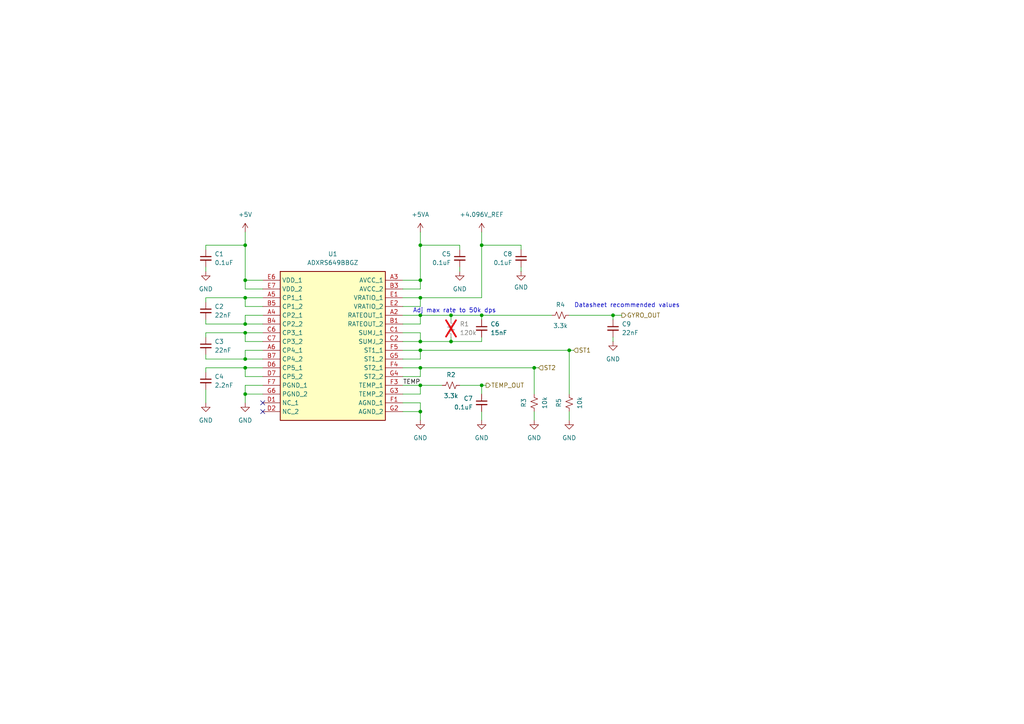
<source format=kicad_sch>
(kicad_sch (version 20250114) (generator "eeschema") (generator_version "9.0")
  (paper "A4")
  (lib_symbols
    (symbol "Device:C_Small" (pin_numbers (hide yes)) (pin_names (offset 0.254) (hide yes))
      (property "Reference" "C" (at 0.254 1.778 0))
      (property "Value" "C_Small" (at 0.254 -2.032 0))
      (symbol "C_Small_0_1"
        (polyline (pts (xy -1.524 0.508) (xy 1.524 0.508)) (stroke (width 0.3048)))
        (polyline (pts (xy -1.524 -0.508) (xy 1.524 -0.508)) (stroke (width 0.3302)))
      )
      (symbol "C_Small_1_1"
        (pin passive line (at 0 2.54 270) (length 2.032) (name "~") (number "1"))
        (pin passive line (at 0 -2.54 90) (length 2.032) (name "~") (number "2"))
      )
    )
    (symbol "Device:R_Small_US" (pin_numbers (hide yes)) (pin_names (offset 0.254) (hide yes))
      (property "Reference" "R" (at 0.762 0.508 0))
      (property "Value" "R_Small_US" (at 0.762 -1.016 0))
      (symbol "R_Small_US_1_1"
        (polyline (pts (xy 0 1.524) (xy 1.016 1.143) (xy 0 0.762) (xy -1.016 0.381) (xy 0 0)))
        (polyline (pts (xy 0 0) (xy 1.016 -0.381) (xy 0 -0.762) (xy -1.016 -1.143) (xy 0 -1.524)))
        (pin passive line (at 0 2.54 270) (length 1.016) (name "~") (number "1"))
        (pin passive line (at 0 -2.54 90) (length 1.016) (name "~") (number "2"))
      )
    )
    (symbol "canardboard:ADXRS649BBGZ"
      (property "Reference" "U" (at 36.83 7.62 0))
      (property "Value" "ADXRS649BBGZ" (at 36.83 5.08 0))
      (symbol "ADXRS649BBGZ_1_1"
        (rectangle (start 5.08 2.54) (end 35.56 -40.64) (stroke (width 0.254)) (fill (type background)))
        (pin passive line (at 0 0 0) (length 5.08) (name "VDD_1") (number "E6"))
        (pin passive line (at 0 -2.54 0) (length 5.08) (name "VDD_2") (number "E7"))
        (pin passive line (at 0 -5.08 0) (length 5.08) (name "CP1_1") (number "A5"))
        (pin passive line (at 0 -7.62 0) (length 5.08) (name "CP1_2") (number "B5"))
        (pin passive line (at 0 -10.16 0) (length 5.08) (name "CP2_1") (number "A4"))
        (pin passive line (at 0 -12.7 0) (length 5.08) (name "CP2_2") (number "B4"))
        (pin passive line (at 0 -15.24 0) (length 5.08) (name "CP3_1") (number "C6"))
        (pin passive line (at 0 -17.78 0) (length 5.08) (name "CP3_2") (number "C7"))
        (pin passive line (at 0 -20.32 0) (length 5.08) (name "CP4_1") (number "A6"))
        (pin passive line (at 0 -22.86 0) (length 5.08) (name "CP4_2") (number "B7"))
        (pin passive line (at 0 -25.4 0) (length 5.08) (name "CP5_1") (number "D6"))
        (pin passive line (at 0 -27.94 0) (length 5.08) (name "CP5_2") (number "D7"))
        (pin passive line (at 0 -30.48 0) (length 5.08) (name "PGND_1") (number "F7"))
        (pin passive line (at 0 -33.02 0) (length 5.08) (name "PGND_2") (number "G6"))
        (pin passive line (at 0 -35.56 0) (length 5.08) (name "NC_1") (number "D1"))
        (pin passive line (at 0 -38.1 0) (length 5.08) (name "NC_2") (number "D2"))
        (pin passive line (at 40.64 0 180) (length 5.08) (name "AVCC_1") (number "A3"))
        (pin passive line (at 40.64 -2.54 180) (length 5.08) (name "AVCC_2") (number "B3"))
        (pin passive line (at 40.64 -5.08 180) (length 5.08) (name "VRATIO_1") (number "E1"))
        (pin passive line (at 40.64 -7.62 180) (length 5.08) (name "VRATIO_2") (number "E2"))
        (pin passive line (at 40.64 -10.16 180) (length 5.08) (name "RATEOUT_1") (number "A2"))
        (pin passive line (at 40.64 -12.7 180) (length 5.08) (name "RATEOUT_2") (number "B1"))
        (pin passive line (at 40.64 -15.24 180) (length 5.08) (name "SUMJ_1") (number "C1"))
        (pin passive line (at 40.64 -17.78 180) (length 5.08) (name "SUMJ_2") (number "C2"))
        (pin passive line (at 40.64 -20.32 180) (length 5.08) (name "ST1_1") (number "F5"))
        (pin passive line (at 40.64 -22.86 180) (length 5.08) (name "ST1_2") (number "G5"))
        (pin passive line (at 40.64 -25.4 180) (length 5.08) (name "ST2_1") (number "F4"))
        (pin passive line (at 40.64 -27.94 180) (length 5.08) (name "ST2_2") (number "G4"))
        (pin passive line (at 40.64 -30.48 180) (length 5.08) (name "TEMP_1") (number "F3"))
        (pin passive line (at 40.64 -33.02 180) (length 5.08) (name "TEMP_2") (number "G3"))
        (pin passive line (at 40.64 -35.56 180) (length 5.08) (name "AGND_1") (number "F1"))
        (pin passive line (at 40.64 -38.1 180) (length 5.08) (name "AGND_2") (number "G2"))
      )
    )
    (symbol "power:+5V" (power) (pin_numbers (hide yes)) (pin_names (offset 0) (hide yes))
      (property "Value" "+5V" (at 0 3.556 0))
      (symbol "+5V_0_1"
        (polyline (pts (xy -0.762 1.27) (xy 0 2.54)))
        (polyline (pts (xy 0 2.54) (xy 0.762 1.27)))
        (polyline (pts (xy 0 0) (xy 0 2.54)))
      )
      (symbol "+5V_1_1"
        (pin power_in line (at 0 0 90) (length 0) (name "~") (number "1"))
      )
    )
    (symbol "power:+5VA" (power) (pin_numbers (hide yes)) (pin_names (offset 0) (hide yes))
      (property "Value" "+5VA" (at 0 3.556 0))
      (symbol "+5VA_0_1"
        (polyline (pts (xy -0.762 1.27) (xy 0 2.54)))
        (polyline (pts (xy 0 2.54) (xy 0.762 1.27)))
        (polyline (pts (xy 0 0) (xy 0 2.54)))
      )
      (symbol "+5VA_1_1"
        (pin power_in line (at 0 0 90) (length 0) (name "~") (number "1"))
      )
    )
    (symbol "power:GND" (power) (pin_numbers (hide yes)) (pin_names (offset 0) (hide yes))
      (property "Value" "GND" (at 0 -3.81 0))
      (symbol "GND_0_1"
        (polyline (pts (xy 0 0) (xy 0 -1.27) (xy 1.27 -1.27) (xy 0 -2.54) (xy -1.27 -1.27) (xy 0 -1.27)))
      )
      (symbol "GND_1_1"
        (pin power_in line (at 0 0 270) (length 0) (name "~") (number "1"))
      )
    )
  )
  (text "Datasheet recommended values" (at 181.864 88.646 0) (effects (font (size 1.27 1.27))))
  (text "Adj max rate to 50k dps" (at 131.826 90.17 0) (effects (font (size 1.27 1.27))))
  (junction (at 71.12 96.52))
  (junction (at 130.81 91.44))
  (junction (at 71.12 81.28))
  (junction (at 121.92 71.12))
  (junction (at 130.81 99.06))
  (junction (at 121.92 106.68))
  (junction (at 71.12 86.36))
  (junction (at 165.1 101.6))
  (junction (at 139.7 111.76))
  (junction (at 71.12 71.12))
  (junction (at 154.94 106.68))
  (junction (at 121.92 99.06))
  (junction (at 121.92 86.36))
  (junction (at 121.92 101.6))
  (junction (at 71.12 106.68))
  (junction (at 139.7 91.44))
  (junction (at 121.92 91.44))
  (junction (at 71.12 93.98))
  (junction (at 121.92 111.76))
  (junction (at 121.92 119.38))
  (junction (at 71.12 114.3))
  (junction (at 71.12 104.14))
  (junction (at 177.8 91.44))
  (junction (at 139.7 71.12))
  (junction (at 121.92 81.28))
  (no_connect (at 76.2 119.38))
  (no_connect (at 76.2 116.84))
  (wire (pts (xy 177.8 91.44) (xy 180.34 91.44)))
  (wire (pts (xy 71.12 106.68) (xy 76.2 106.68)))
  (wire (pts (xy 154.94 106.68) (xy 154.94 114.3)))
  (wire (pts (xy 165.1 101.6) (xy 165.1 114.3)))
  (wire (pts (xy 71.12 86.36) (xy 76.2 86.36)))
  (wire (pts (xy 151.13 72.39) (xy 151.13 71.12)))
  (wire (pts (xy 59.69 92.71) (xy 59.69 93.98)))
  (wire (pts (xy 71.12 81.28) (xy 71.12 83.82)))
  (wire (pts (xy 59.69 113.03) (xy 59.69 116.84)))
  (wire (pts (xy 139.7 99.06) (xy 130.81 99.06)))
  (wire (pts (xy 130.81 99.06) (xy 121.92 99.06)))
  (wire (pts (xy 121.92 116.84) (xy 121.92 119.38)))
  (wire (pts (xy 116.84 88.9) (xy 121.92 88.9)))
  (wire (pts (xy 121.92 88.9) (xy 121.92 86.36)))
  (wire (pts (xy 71.12 101.6) (xy 71.12 104.14)))
  (wire (pts (xy 121.92 99.06) (xy 116.84 99.06)))
  (wire (pts (xy 130.81 91.44) (xy 139.7 91.44)))
  (wire (pts (xy 121.92 71.12) (xy 121.92 81.28)))
  (wire (pts (xy 116.84 114.3) (xy 121.92 114.3)))
  (wire (pts (xy 121.92 111.76) (xy 128.27 111.76)))
  (wire (pts (xy 121.92 104.14) (xy 121.92 101.6)))
  (wire (pts (xy 133.35 111.76) (xy 139.7 111.76)))
  (wire (pts (xy 59.69 97.79) (xy 59.69 96.52)))
  (wire (pts (xy 116.84 109.22) (xy 121.92 109.22)))
  (wire (pts (xy 133.35 72.39) (xy 133.35 71.12)))
  (wire (pts (xy 71.12 67.31) (xy 71.12 71.12)))
  (wire (pts (xy 71.12 104.14) (xy 76.2 104.14)))
  (wire (pts (xy 59.69 72.39) (xy 59.69 71.12)))
  (wire (pts (xy 139.7 71.12) (xy 139.7 86.36)))
  (wire (pts (xy 59.69 87.63) (xy 59.69 86.36)))
  (wire (pts (xy 165.1 101.6) (xy 166.37 101.6)))
  (wire (pts (xy 121.92 96.52) (xy 121.92 99.06)))
  (wire (pts (xy 59.69 93.98) (xy 71.12 93.98)))
  (wire (pts (xy 139.7 97.79) (xy 139.7 99.06)))
  (wire (pts (xy 71.12 111.76) (xy 71.12 114.3)))
  (wire (pts (xy 121.92 91.44) (xy 130.81 91.44)))
  (wire (pts (xy 59.69 96.52) (xy 71.12 96.52)))
  (wire (pts (xy 165.1 91.44) (xy 177.8 91.44)))
  (wire (pts (xy 76.2 111.76) (xy 71.12 111.76)))
  (wire (pts (xy 59.69 71.12) (xy 71.12 71.12)))
  (wire (pts (xy 71.12 109.22) (xy 71.12 106.68)))
  (wire (pts (xy 154.94 106.68) (xy 156.21 106.68)))
  (wire (pts (xy 59.69 86.36) (xy 71.12 86.36)))
  (wire (pts (xy 116.84 116.84) (xy 121.92 116.84)))
  (wire (pts (xy 130.81 97.79) (xy 130.81 99.06)))
  (wire (pts (xy 165.1 119.38) (xy 165.1 121.92)))
  (wire (pts (xy 121.92 119.38) (xy 116.84 119.38)))
  (wire (pts (xy 76.2 99.06) (xy 71.12 99.06)))
  (wire (pts (xy 71.12 114.3) (xy 71.12 116.84)))
  (wire (pts (xy 121.92 109.22) (xy 121.92 106.68)))
  (wire (pts (xy 121.92 67.31) (xy 121.92 71.12)))
  (wire (pts (xy 71.12 88.9) (xy 71.12 86.36)))
  (wire (pts (xy 139.7 91.44) (xy 160.02 91.44)))
  (wire (pts (xy 121.92 93.98) (xy 121.92 91.44)))
  (wire (pts (xy 121.92 86.36) (xy 116.84 86.36)))
  (wire (pts (xy 116.84 81.28) (xy 121.92 81.28)))
  (wire (pts (xy 71.12 99.06) (xy 71.12 96.52)))
  (wire (pts (xy 116.84 96.52) (xy 121.92 96.52)))
  (wire (pts (xy 121.92 101.6) (xy 116.84 101.6)))
  (wire (pts (xy 116.84 83.82) (xy 121.92 83.82)))
  (wire (pts (xy 71.12 93.98) (xy 76.2 93.98)))
  (wire (pts (xy 71.12 114.3) (xy 76.2 114.3)))
  (wire (pts (xy 133.35 77.47) (xy 133.35 78.74)))
  (wire (pts (xy 59.69 104.14) (xy 59.69 102.87)))
  (wire (pts (xy 71.12 81.28) (xy 76.2 81.28)))
  (wire (pts (xy 121.92 119.38) (xy 121.92 121.92)))
  (wire (pts (xy 139.7 91.44) (xy 139.7 92.71)))
  (wire (pts (xy 71.12 96.52) (xy 76.2 96.52)))
  (wire (pts (xy 71.12 91.44) (xy 71.12 93.98)))
  (wire (pts (xy 154.94 119.38) (xy 154.94 121.92)))
  (wire (pts (xy 121.92 106.68) (xy 154.94 106.68)))
  (wire (pts (xy 121.92 81.28) (xy 121.92 83.82)))
  (wire (pts (xy 76.2 83.82) (xy 71.12 83.82)))
  (wire (pts (xy 121.92 91.44) (xy 116.84 91.44)))
  (wire (pts (xy 133.35 71.12) (xy 121.92 71.12)))
  (wire (pts (xy 76.2 101.6) (xy 71.12 101.6)))
  (wire (pts (xy 121.92 106.68) (xy 116.84 106.68)))
  (wire (pts (xy 121.92 111.76) (xy 116.84 111.76)))
  (wire (pts (xy 71.12 71.12) (xy 71.12 81.28)))
  (wire (pts (xy 76.2 91.44) (xy 71.12 91.44)))
  (wire (pts (xy 76.2 109.22) (xy 71.12 109.22)))
  (wire (pts (xy 151.13 71.12) (xy 139.7 71.12)))
  (wire (pts (xy 59.69 106.68) (xy 71.12 106.68)))
  (wire (pts (xy 116.84 104.14) (xy 121.92 104.14)))
  (wire (pts (xy 139.7 67.31) (xy 139.7 71.12)))
  (wire (pts (xy 151.13 77.47) (xy 151.13 78.74)))
  (wire (pts (xy 116.84 93.98) (xy 121.92 93.98)))
  (wire (pts (xy 59.69 104.14) (xy 71.12 104.14)))
  (wire (pts (xy 177.8 91.44) (xy 177.8 92.71)))
  (wire (pts (xy 139.7 111.76) (xy 139.7 114.3)))
  (wire (pts (xy 139.7 119.38) (xy 139.7 121.92)))
  (wire (pts (xy 121.92 86.36) (xy 139.7 86.36)))
  (wire (pts (xy 130.81 91.44) (xy 130.81 92.71)))
  (wire (pts (xy 59.69 77.47) (xy 59.69 78.74)))
  (wire (pts (xy 121.92 114.3) (xy 121.92 111.76)))
  (wire (pts (xy 177.8 97.79) (xy 177.8 99.06)))
  (wire (pts (xy 139.7 111.76) (xy 140.97 111.76)))
  (wire (pts (xy 121.92 101.6) (xy 165.1 101.6)))
  (wire (pts (xy 59.69 107.95) (xy 59.69 106.68)))
  (wire (pts (xy 76.2 88.9) (xy 71.12 88.9)))
  (label "TEMP" (at 121.92 111.76 180))
  (hierarchical_label "ST2" (shape input) (at 156.21 106.68 0))
  (hierarchical_label "GYRO_OUT" (shape output) (at 180.34 91.44 0))
  (hierarchical_label "ST1" (shape input) (at 166.37 101.6 0))
  (hierarchical_label "TEMP_OUT" (shape output) (at 140.97 111.76 0))
  (symbol (lib_id "Device:R_Small_US") (at 130.81 95.25 180) (unit 1) (dnp yes)
    (property "Reference" "R1" (at 133.35 93.9799 0) (effects (justify right)))
    (property "Value" "120k" (at 133.35 96.5199 0) (effects (justify right)))
    (property "Footprint" "Resistor_SMD:R_0402_1005Metric" (effects (hide yes)))
    (property "Description" "Resistor, small US symbol" (effects (hide yes)))
  )
  (symbol (lib_id "Device:R_Small_US") (at 130.81 111.76 90) (unit 1)
    (property "Reference" "R2" (at 130.81 108.712 90))
    (property "Value" "3.3k" (at 130.81 114.808 90))
    (property "Footprint" "Resistor_SMD:R_0402_1005Metric" (effects (hide yes)))
    (property "Description" "Resistor, small US symbol" (effects (hide yes)))
  )
  (symbol (lib_id "power:+5VA") (at 139.7 67.31 0) (unit 1)
    (property "Reference" "#PWR08" (effects (hide yes)))
    (property "Value" "+4.096V_REF" (at 139.7 62.23 0))
    (property "Description" "Power symbol creates a global label with name \"+5VA\"" (effects (hide yes)))
  )
  (symbol (lib_id "power:GND") (at 71.12 116.84 0) (unit 1)
    (property "Reference" "#PWR04" (effects (hide yes)))
    (property "Value" "GND" (at 71.12 121.92 0))
    (property "Description" "Power symbol creates a global label with name \"GND\" , ground" (effects (hide yes)))
  )
  (symbol (lib_id "Device:C_Small") (at 177.8 95.25 0) (unit 1)
    (property "Reference" "C9" (at 180.34 93.9862 0) (effects (justify left)))
    (property "Value" "22nF" (at 180.34 96.5262 0) (effects (justify left)))
    (property "Footprint" "Capacitor_SMD:C_0402_1005Metric" (effects (hide yes)))
    (property "Description" "Unpolarized capacitor, small symbol" (effects (hide yes)))
  )
  (symbol (lib_id "power:GND") (at 151.13 78.74 0) (mirror y) (unit 1)
    (property "Reference" "#PWR010" (effects (hide yes)))
    (property "Value" "GND" (at 151.13 83.312 0))
    (property "Description" "Power symbol creates a global label with name \"GND\" , ground" (effects (hide yes)))
  )
  (symbol (lib_id "power:GND") (at 59.69 78.74 0) (unit 1)
    (property "Reference" "#PWR01" (effects (hide yes)))
    (property "Value" "GND" (at 59.69 83.82 0))
    (property "Description" "Power symbol creates a global label with name \"GND\" , ground" (effects (hide yes)))
  )
  (symbol (lib_id "Device:C_Small") (at 151.13 74.93 0) (mirror y) (unit 1)
    (property "Reference" "C8" (at 148.59 73.6662 0) (effects (justify left)))
    (property "Value" "0.1uF" (at 148.59 76.2062 0) (effects (justify left)))
    (property "Footprint" "Capacitor_SMD:C_0402_1005Metric" (effects (hide yes)))
    (property "Description" "Unpolarized capacitor, small symbol" (effects (hide yes)))
  )
  (symbol (lib_id "Device:C_Small") (at 139.7 95.25 0) (unit 1)
    (property "Reference" "C6" (at 142.24 93.9862 0) (effects (justify left)))
    (property "Value" "15nF" (at 142.24 96.5262 0) (effects (justify left)))
    (property "Footprint" "Capacitor_SMD:C_0402_1005Metric" (effects (hide yes)))
    (property "Description" "Unpolarized capacitor, small symbol" (effects (hide yes)))
  )
  (symbol (lib_id "Device:C_Small") (at 133.35 74.93 0) (mirror y) (unit 1)
    (property "Reference" "C5" (at 130.81 73.6662 0) (effects (justify left)))
    (property "Value" "0.1uF" (at 130.81 76.2062 0) (effects (justify left)))
    (property "Footprint" "Capacitor_SMD:C_0402_1005Metric" (effects (hide yes)))
    (property "Description" "Unpolarized capacitor, small symbol" (effects (hide yes)))
  )
  (symbol (lib_id "Device:C_Small") (at 59.69 74.93 0) (unit 1)
    (property "Reference" "C1" (at 62.23 73.6662 0) (effects (justify left)))
    (property "Value" "0.1uF" (at 62.23 76.2062 0) (effects (justify left)))
    (property "Footprint" "Capacitor_SMD:C_0402_1005Metric" (effects (hide yes)))
    (property "Description" "Unpolarized capacitor, small symbol" (effects (hide yes)))
  )
  (symbol (lib_id "power:GND") (at 139.7 121.92 0) (mirror y) (unit 1)
    (property "Reference" "#PWR09" (effects (hide yes)))
    (property "Value" "GND" (at 139.7 127 0))
    (property "Description" "Power symbol creates a global label with name \"GND\" , ground" (effects (hide yes)))
  )
  (symbol (lib_id "Device:C_Small") (at 59.69 100.33 0) (unit 1)
    (property "Reference" "C3" (at 62.23 99.0662 0) (effects (justify left)))
    (property "Value" "22nF" (at 62.23 101.6062 0) (effects (justify left)))
    (property "Footprint" "Capacitor_SMD:C_0402_1005Metric" (effects (hide yes)))
    (property "Description" "Unpolarized capacitor, small symbol" (effects (hide yes)))
  )
  (symbol (lib_id "power:GND") (at 121.92 121.92 0) (mirror y) (unit 1)
    (property "Reference" "#PWR06" (effects (hide yes)))
    (property "Value" "GND" (at 121.92 127 0))
    (property "Description" "Power symbol creates a global label with name \"GND\" , ground" (effects (hide yes)))
  )
  (symbol (lib_id "power:GND") (at 165.1 121.92 0) (mirror y) (unit 1)
    (property "Reference" "#PWR012" (effects (hide yes)))
    (property "Value" "GND" (at 165.1 127 0))
    (property "Description" "Power symbol creates a global label with name \"GND\" , ground" (effects (hide yes)))
  )
  (symbol (lib_id "power:GND") (at 154.94 121.92 0) (mirror y) (unit 1)
    (property "Reference" "#PWR011" (effects (hide yes)))
    (property "Value" "GND" (at 154.94 127 0))
    (property "Description" "Power symbol creates a global label with name \"GND\" , ground" (effects (hide yes)))
  )
  (symbol (lib_id "Device:C_Small") (at 139.7 116.84 0) (mirror y) (unit 1)
    (property "Reference" "C7" (at 137.16 115.5762 0) (effects (justify left)))
    (property "Value" "0.1uF" (at 137.16 118.1162 0) (effects (justify left)))
    (property "Footprint" "Capacitor_SMD:C_0402_1005Metric" (effects (hide yes)))
    (property "Description" "Unpolarized capacitor, small symbol" (effects (hide yes)))
  )
  (symbol (lib_id "power:+5V") (at 71.12 67.31 0) (unit 1)
    (property "Reference" "#PWR03" (effects (hide yes)))
    (property "Value" "+5V" (at 71.12 62.23 0))
    (property "Description" "Power symbol creates a global label with name \"+5V\"" (effects (hide yes)))
  )
  (symbol (lib_id "canardboard:ADXRS649BBGZ") (at 76.2 81.28 0) (unit 1)
    (property "Reference" "U1" (at 96.52 73.66 0))
    (property "Value" "ADXRS649BBGZ" (at 96.52 76.2 0))
    (property "Footprint" "canardboard:ADXRS649BBGZ" (effects (hide yes)))
    (property "Height" "3.8" (effects (hide yes)))
    (property "Mouser Part Number" "N/A" (effects (hide yes)))
    (property "Mouser Price/Stock" "https://www.mouser.co.uk/ProductDetail/Maxim-Integrated/ADXRS649BBGZ?qs=9s6AD%252Bqd3VvTBGUeIXRM1g%3D%3D" (effects (hide yes)))
    (property "Manufacturer_Name" "Analog Devices" (effects (hide yes)))
    (property "Manufacturer_Part_Number" "ADXRS649BBGZ" (effects (hide yes)))
  )
  (symbol (lib_id "power:GND") (at 59.69 116.84 0) (unit 1)
    (property "Reference" "#PWR02" (effects (hide yes)))
    (property "Value" "GND" (at 59.69 121.92 0))
    (property "Description" "Power symbol creates a global label with name \"GND\" , ground" (effects (hide yes)))
  )
  (symbol (lib_id "Device:R_Small_US") (at 165.1 116.84 180) (unit 1)
    (property "Reference" "R5" (at 162.052 116.84 90))
    (property "Value" "10k" (at 168.148 116.84 90))
    (property "Footprint" "Resistor_SMD:R_0402_1005Metric" (effects (hide yes)))
    (property "Description" "Resistor, small US symbol" (effects (hide yes)))
  )
  (symbol (lib_id "Device:R_Small_US") (at 162.56 91.44 90) (unit 1)
    (property "Reference" "R4" (at 162.56 88.392 90))
    (property "Value" "3.3k" (at 162.56 94.488 90))
    (property "Footprint" "Resistor_SMD:R_0402_1005Metric" (effects (hide yes)))
    (property "Description" "Resistor, small US symbol" (effects (hide yes)))
  )
  (symbol (lib_id "power:GND") (at 177.8 99.06 0) (mirror y) (unit 1)
    (property "Reference" "#PWR013" (effects (hide yes)))
    (property "Value" "GND" (at 177.8 104.14 0))
    (property "Description" "Power symbol creates a global label with name \"GND\" , ground" (effects (hide yes)))
  )
  (symbol (lib_id "power:+5VA") (at 121.92 67.31 0) (unit 1)
    (property "Reference" "#PWR05" (effects (hide yes)))
    (property "Value" "+5VA" (at 121.92 62.23 0))
    (property "Description" "Power symbol creates a global label with name \"+5VA\"" (effects (hide yes)))
  )
  (symbol (lib_id "Device:C_Small") (at 59.69 110.49 0) (unit 1)
    (property "Reference" "C4" (at 62.23 109.2262 0) (effects (justify left)))
    (property "Value" "2.2nF" (at 62.23 111.7662 0) (effects (justify left)))
    (property "Footprint" "Capacitor_SMD:C_0402_1005Metric" (effects (hide yes)))
    (property "Description" "Unpolarized capacitor, small symbol" (effects (hide yes)))
  )
  (symbol (lib_id "Device:R_Small_US") (at 154.94 116.84 180) (unit 1)
    (property "Reference" "R3" (at 151.892 116.84 90))
    (property "Value" "10k" (at 157.988 116.84 90))
    (property "Footprint" "Resistor_SMD:R_0402_1005Metric" (effects (hide yes)))
    (property "Description" "Resistor, small US symbol" (effects (hide yes)))
  )
  (symbol (lib_id "power:GND") (at 133.35 78.74 0) (mirror y) (unit 1)
    (property "Reference" "#PWR07" (effects (hide yes)))
    (property "Value" "GND" (at 133.35 83.82 0))
    (property "Description" "Power symbol creates a global label with name \"GND\" , ground" (effects (hide yes)))
  )
  (symbol (lib_id "Device:C_Small") (at 59.69 90.17 0) (unit 1)
    (property "Reference" "C2" (at 62.23 88.9062 0) (effects (justify left)))
    (property "Value" "22nF" (at 62.23 91.4462 0) (effects (justify left)))
    (property "Footprint" "Capacitor_SMD:C_0402_1005Metric" (effects (hide yes)))
    (property "Description" "Unpolarized capacitor, small symbol" (effects (hide yes)))
  )
)
</source>
